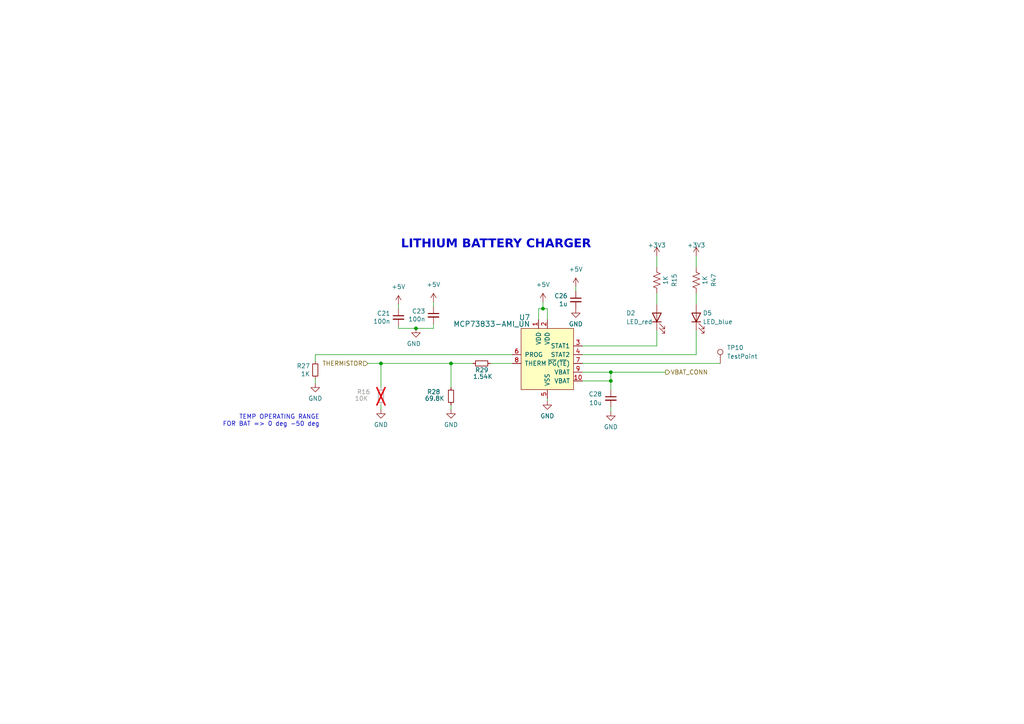
<source format=kicad_sch>
(kicad_sch (version 20230121) (generator eeschema)
  (paper "A4")
  (lib_symbols
    (symbol "Connector:TestPoint" (pin_numbers hide) (pin_names (offset 0.762) hide)
      (property "Reference" "TP" (at 0 6.858 0))
      (property "Value" "TestPoint" (at 0 5.08 0))
      (symbol "TestPoint_0_1"
        (circle (center 0 3.302) (radius 0.762))
      )
      (symbol "TestPoint_1_1"
        (pin passive line (at 0 0 90) (length 2.54) (name "1") (number "1"))
      )
    )
    (symbol "Device:C_Small" (pin_numbers hide) (pin_names (offset 0.254) hide)
      (property "Reference" "C" (at 0.254 1.778 0))
      (property "Value" "C_Small" (at 0.254 -2.032 0))
      (symbol "C_Small_0_1"
        (polyline (pts (xy -1.524 -0.508) (xy 1.524 -0.508)) (stroke (width 0.3302)))
        (polyline (pts (xy -1.524 0.508) (xy 1.524 0.508)) (stroke (width 0.3048)))
      )
      (symbol "C_Small_1_1"
        (pin passive line (at 0 2.54 270) (length 2.032) (name "~") (number "1"))
        (pin passive line (at 0 -2.54 90) (length 2.032) (name "~") (number "2"))
      )
    )
    (symbol "Device:LED" (pin_numbers hide) (pin_names (offset 1.016) hide)
      (property "Reference" "D" (at 0 2.54 0))
      (property "Value" "LED" (at 0 -2.54 0))
      (symbol "LED_0_1"
        (polyline (pts (xy -1.27 -1.27) (xy -1.27 1.27)) (stroke (width 0.254)))
        (polyline (pts (xy -1.27 0) (xy 1.27 0)))
        (polyline (pts (xy 1.27 -1.27) (xy 1.27 1.27) (xy -1.27 0) (xy 1.27 -1.27)) (stroke (width 0.254)))
        (polyline (pts (xy -3.048 -0.762) (xy -4.572 -2.286) (xy -3.81 -2.286) (xy -4.572 -2.286) (xy -4.572 -1.524)))
        (polyline (pts (xy -1.778 -0.762) (xy -3.302 -2.286) (xy -2.54 -2.286) (xy -3.302 -2.286) (xy -3.302 -1.524)))
      )
      (symbol "LED_1_1"
        (pin passive line (at -3.81 0 0) (length 2.54) (name "K") (number "1"))
        (pin passive line (at 3.81 0 180) (length 2.54) (name "A") (number "2"))
      )
    )
    (symbol "Device:R_Small" (pin_numbers hide) (pin_names (offset 0.254) hide)
      (property "Reference" "R" (at 0.762 0.508 0))
      (property "Value" "R_Small" (at 0.762 -1.016 0))
      (symbol "R_Small_0_1"
        (rectangle (start -0.762 1.778) (end 0.762 -1.778) (stroke (width 0.2032)))
      )
      (symbol "R_Small_1_1"
        (pin passive line (at 0 2.54 270) (length 0.762) (name "~") (number "1"))
        (pin passive line (at 0 -2.54 90) (length 0.762) (name "~") (number "2"))
      )
    )
    (symbol "Device:R_US" (pin_numbers hide) (pin_names (offset 0))
      (property "Reference" "R" (at 2.54 0 90))
      (property "Value" "R_US" (at -2.54 0 90))
      (symbol "R_US_0_1"
        (polyline (pts (xy 0 -2.286) (xy 0 -2.54)))
        (polyline (pts (xy 0 2.286) (xy 0 2.54)))
        (polyline (pts (xy 0 -0.762) (xy 1.016 -1.143) (xy 0 -1.524) (xy -1.016 -1.905) (xy 0 -2.286)))
        (polyline (pts (xy 0 0.762) (xy 1.016 0.381) (xy 0 0) (xy -1.016 -0.381) (xy 0 -0.762)))
        (polyline (pts (xy 0 2.286) (xy 1.016 1.905) (xy 0 1.524) (xy -1.016 1.143) (xy 0 0.762)))
      )
      (symbol "R_US_1_1"
        (pin passive line (at 0 3.81 270) (length 1.27) (name "~") (number "1"))
        (pin passive line (at 0 -3.81 90) (length 1.27) (name "~") (number "2"))
      )
    )
    (symbol "dk_PMIC-Battery-Chargers:MCP73833-AMI_UN" (pin_names (offset 1.016))
      (property "Reference" "U" (at -2.54 6.096 0))
      (property "Value" "MCP73833-AMI_UN" (at 2.794 -13.97 0))
      (symbol "MCP73833-AMI_UN_0_1"
        (rectangle (start -5.08 5.08) (end 10.16 -12.7) (fill (type background)))
      )
      (symbol "MCP73833-AMI_UN_1_1"
        (pin power_in line (at 0 7.62 270) (length 2.54) (name "VDD") (number "1"))
        (pin power_out line (at 12.7 -10.16 180) (length 2.54) (name "VBAT") (number "10"))
        (pin power_in line (at 2.54 7.62 270) (length 2.54) (name "VDD") (number "2"))
        (pin output line (at 12.7 0 180) (length 2.54) (name "STAT1") (number "3"))
        (pin output line (at 12.7 -2.54 180) (length 2.54) (name "STAT2") (number "4"))
        (pin power_in line (at 2.54 -15.24 90) (length 2.54) (name "VSS") (number "5"))
        (pin input line (at -7.62 -2.54 0) (length 2.54) (name "PROG") (number "6"))
        (pin output line (at 12.7 -5.08 180) (length 2.54) (name "~{PG}(~{TE})") (number "7"))
        (pin input line (at -7.62 -5.08 0) (length 2.54) (name "THERM") (number "8"))
        (pin power_out line (at 12.7 -7.62 180) (length 2.54) (name "VBAT") (number "9"))
      )
    )
    (symbol "power:+3V3" (power) (pin_names (offset 0))
      (property "Value" "+3V3" (at 0 3.556 0))
      (symbol "+3V3_0_1"
        (polyline (pts (xy -0.762 1.27) (xy 0 2.54)))
        (polyline (pts (xy 0 0) (xy 0 2.54)))
        (polyline (pts (xy 0 2.54) (xy 0.762 1.27)))
      )
      (symbol "+3V3_1_1"
        (pin power_in line (at 0 0 90) (length 0) hide (name "+3V3") (number "1"))
      )
    )
    (symbol "power:+5V" (power) (pin_names (offset 0))
      (property "Value" "+5V" (at 0 3.556 0))
      (symbol "+5V_0_1"
        (polyline (pts (xy -0.762 1.27) (xy 0 2.54)))
        (polyline (pts (xy 0 0) (xy 0 2.54)))
        (polyline (pts (xy 0 2.54) (xy 0.762 1.27)))
      )
      (symbol "+5V_1_1"
        (pin power_in line (at 0 0 90) (length 0) hide (name "+5V") (number "1"))
      )
    )
    (symbol "power:GND" (power) (pin_names (offset 0))
      (property "Value" "GND" (at 0 -3.81 0))
      (symbol "GND_0_1"
        (polyline (pts (xy 0 0) (xy 0 -1.27) (xy 1.27 -1.27) (xy 0 -2.54) (xy -1.27 -1.27) (xy 0 -1.27)))
      )
      (symbol "GND_1_1"
        (pin power_in line (at 0 0 270) (length 0) hide (name "GND") (number "1"))
      )
    )
  )
  (junction (at 110.49 105.41))
  (junction (at 130.81 105.41))
  (junction (at 120.65 95.25))
  (junction (at 157.48 89.535))
  (junction (at 177.165 110.49))
  (junction (at 177.165 107.95))
  (wire (pts (xy 130.81 117.475) (xy 130.81 118.745)))
  (wire (pts (xy 201.93 85.09) (xy 201.93 88.265)))
  (wire (pts (xy 167.005 84.455) (xy 167.005 83.185)))
  (wire (pts (xy 168.91 105.41) (xy 208.915 105.41)))
  (wire (pts (xy 201.93 74.295) (xy 201.93 77.47)))
  (wire (pts (xy 177.165 113.03) (xy 177.165 110.49)))
  (wire (pts (xy 91.44 111.125) (xy 91.44 109.855)))
  (wire (pts (xy 201.93 102.87) (xy 201.93 95.885)))
  (wire (pts (xy 110.49 105.41) (xy 106.68 105.41)))
  (wire (pts (xy 130.81 105.41) (xy 110.49 105.41)))
  (wire (pts (xy 110.49 105.41) (xy 110.49 112.395)))
  (wire (pts (xy 120.65 95.25) (xy 115.57 95.25)))
  (wire (pts (xy 177.165 118.11) (xy 177.165 119.38)))
  (wire (pts (xy 148.59 105.41) (xy 142.24 105.41)))
  (wire (pts (xy 193.04 107.95) (xy 177.165 107.95)))
  (wire (pts (xy 125.73 87.63) (xy 125.73 88.9)))
  (wire (pts (xy 157.48 89.535) (xy 158.75 89.535)))
  (wire (pts (xy 125.73 93.98) (xy 125.73 95.25)))
  (wire (pts (xy 157.48 89.535) (xy 156.21 89.535)))
  (wire (pts (xy 168.91 102.87) (xy 201.93 102.87)))
  (wire (pts (xy 115.57 89.535) (xy 115.57 88.265)))
  (wire (pts (xy 115.57 95.25) (xy 115.57 94.615)))
  (wire (pts (xy 190.5 74.295) (xy 190.5 77.47)))
  (wire (pts (xy 168.91 100.33) (xy 190.5 100.33)))
  (wire (pts (xy 156.21 89.535) (xy 156.21 92.71)))
  (wire (pts (xy 137.16 105.41) (xy 130.81 105.41)))
  (wire (pts (xy 110.49 117.475) (xy 110.49 118.745)))
  (wire (pts (xy 158.75 89.535) (xy 158.75 92.71)))
  (wire (pts (xy 190.5 95.885) (xy 190.5 100.33)))
  (wire (pts (xy 177.165 107.95) (xy 177.165 110.49)))
  (wire (pts (xy 125.73 95.25) (xy 120.65 95.25)))
  (wire (pts (xy 91.44 102.87) (xy 91.44 104.775)))
  (wire (pts (xy 130.81 105.41) (xy 130.81 112.395)))
  (wire (pts (xy 91.44 102.87) (xy 148.59 102.87)))
  (wire (pts (xy 157.48 87.63) (xy 157.48 89.535)))
  (wire (pts (xy 190.5 85.09) (xy 190.5 88.265)))
  (wire (pts (xy 177.165 107.95) (xy 168.91 107.95)))
  (wire (pts (xy 158.75 116.205) (xy 158.75 115.57)))
  (wire (pts (xy 177.165 110.49) (xy 168.91 110.49)))
  (text "TEMP OPERATING RANGE\nFOR BAT => 0 deg -50 deg" (at 92.71 123.825 0) (effects (font (size 1.27 1.27)) (justify right bottom)))
  (text "LITHIUM BATTERY CHARGER" (at 171.45 73.025 0) (effects (font (size 2.5 2.5) (thickness 0.5) bold) (justify right bottom)))
  (hierarchical_label "THERMISTOR" (shape input) (at 106.68 105.41 180))
  (hierarchical_label "VBAT_CONN" (shape output) (at 193.04 107.95 0))
  (symbol (lib_id "power:GND") (at 177.165 119.38 0) (mirror y) (unit 1)
    (property "Reference" "#PWR057" (effects hide))
    (property "Value" "GND" (at 177.165 123.825 0))
  )
  (symbol (lib_id "Device:C_Small") (at 125.73 91.44 0) (mirror y) (unit 1)
    (property "Reference" "C23" (at 123.3932 90.2716 0) (effects (justify left)))
    (property "Value" "100n" (at 123.3932 92.583 0) (effects (justify left)))
    (property "Footprint" "Capacitor_SMD:C_0402_1005Metric" (effects hide))
  )
  (symbol (lib_id "power:GND") (at 167.005 89.535 0) (mirror y) (unit 1)
    (property "Reference" "#PWR056" (effects hide))
    (property "Value" "GND" (at 167.005 93.98 0))
  )
  (symbol (lib_id "Device:C_Small") (at 167.005 86.995 0) (mirror y) (unit 1)
    (property "Reference" "C26" (at 164.6682 85.8266 0) (effects (justify left)))
    (property "Value" "1u" (at 164.6682 88.138 0) (effects (justify left)))
    (property "Footprint" "Capacitor_SMD:C_0603_1608Metric" (effects hide))
  )
  (symbol (lib_id "power:GND") (at 120.65 95.25 0) (mirror y) (unit 1)
    (property "Reference" "#PWR051" (effects hide))
    (property "Value" "GND" (at 120.015 99.695 0))
  )
  (symbol (lib_id "power:+5V") (at 157.48 87.63 0) (mirror y) (unit 1)
    (property "Reference" "#PWR053" (effects hide))
    (property "Value" "+5V" (at 157.48 82.55 0))
  )
  (symbol (lib_id "power:GND") (at 130.81 118.745 0) (mirror y) (unit 1)
    (property "Reference" "#PWR049" (effects hide))
    (property "Value" "GND" (at 130.81 123.19 0))
  )
  (symbol (lib_id "Device:R_US") (at 201.93 81.28 0) (unit 1)
    (property "Reference" "R47" (at 207.01 81.28 90))
    (property "Value" "1K" (at 204.47 81.28 90))
    (property "Footprint" "Resistor_SMD:R_0402_1005Metric" (effects hide))
  )
  (symbol (lib_id "dk_PMIC-Battery-Chargers:MCP73833-AMI_UN") (at 156.21 100.33 0) (unit 1)
    (property "Reference" "U7" (at 150.495 92.075 0) (effects (font (size 1.524 1.524)) (justify left)))
    (property "Value" "MCP73833-AMI_UN" (at 131.445 93.98 0) (effects (font (size 1.524 1.524)) (justify left)))
    (property "Footprint" "digikey-footprints:MSOP-10_W3mm" (effects hide))
    (property "Datasheet" "http://www.microchip.com/mymicrochip/filehandler.aspx?ddocname=en027983" (effects hide))
    (property "Digi-Key_PN" "MCP73833-AMI/UN-ND" (effects hide))
    (property "MPN" "MCP73833-AMI/UN" (effects hide))
    (property "Category" "Integrated Circuits (ICs)" (effects hide))
    (property "Family" "PMIC - Battery Chargers" (effects hide))
    (property "DK_Datasheet_Link" "http://www.microchip.com/mymicrochip/filehandler.aspx?ddocname=en027983" (effects hide))
    (property "DK_Detail_Page" "/product-detail/en/microchip-technology/MCP73833-AMI-UN/MCP73833-AMI-UN-ND/1223157" (effects hide))
    (property "Description" "IC LI-ION/LI-POLY CTRLR 10MSOP" (effects hide))
    (property "Manufacturer" "Microchip Technology" (effects hide))
    (property "Status" "Active" (effects hide))
  )
  (symbol (lib_id "Device:R_US") (at 190.5 81.28 0) (unit 1)
    (property "Reference" "R15" (at 195.58 81.28 90))
    (property "Value" "1K" (at 193.04 81.28 90))
    (property "Footprint" "Resistor_SMD:R_0402_1005Metric" (effects hide))
  )
  (symbol (lib_id "power:GND") (at 110.49 118.745 0) (mirror y) (unit 1)
    (property "Reference" "#PWR036" (effects hide))
    (property "Value" "GND" (at 110.49 123.19 0))
  )
  (symbol (lib_id "power:+5V") (at 125.73 87.63 0) (mirror y) (unit 1)
    (property "Reference" "#PWR052" (effects hide))
    (property "Value" "+5V" (at 125.73 82.55 0))
  )
  (symbol (lib_id "Device:R_Small") (at 130.81 114.935 0) (mirror x) (unit 1)
    (property "Reference" "R28" (at 123.825 113.665 0) (effects (justify left)))
    (property "Value" "69.8K" (at 123.19 115.57 0) (effects (justify left)))
    (property "Footprint" "Resistor_SMD:R_0402_1005Metric" (effects hide))
  )
  (symbol (lib_id "power:+3V3") (at 201.93 74.295 0) (unit 1)
    (property "Reference" "#PWR061" (effects hide))
    (property "Value" "+3V3" (at 201.93 71.12 0))
  )
  (symbol (lib_id "power:+5V") (at 167.005 83.185 0) (mirror y) (unit 1)
    (property "Reference" "#PWR055" (effects hide))
    (property "Value" "+5V" (at 167.005 78.105 0))
  )
  (symbol (lib_id "Connector:TestPoint") (at 208.915 105.41 0) (unit 1)
    (property "Reference" "TP10" (at 210.82 100.8379 0) (effects (justify left)))
    (property "Value" "TestPoint" (at 210.82 103.3779 0) (effects (justify left)))
    (property "Footprint" "brilliant-kicad-library:TestPoint_Pad_D0.9mm" (effects hide))
  )
  (symbol (lib_id "power:+5V") (at 115.57 88.265 0) (mirror y) (unit 1)
    (property "Reference" "#PWR050" (effects hide))
    (property "Value" "+5V" (at 115.57 83.185 0))
  )
  (symbol (lib_id "Device:LED") (at 201.93 92.075 90) (unit 1)
    (property "Reference" "D5" (at 203.835 90.805 90) (effects (justify right)))
    (property "Value" "LED_blue" (at 203.835 93.345 90) (effects (justify right)))
    (property "Footprint" "LED_SMD:LED_0603_1608Metric" (effects hide))
  )
  (symbol (lib_id "power:GND") (at 91.44 111.125 0) (mirror y) (unit 1)
    (property "Reference" "#PWR048" (effects hide))
    (property "Value" "GND" (at 91.44 115.57 0))
  )
  (symbol (lib_id "Device:R_Small") (at 110.49 114.935 0) (mirror x) (unit 1) (dnp yes)
    (property "Reference" "R16" (at 103.505 113.665 0) (effects (justify left)))
    (property "Value" "10K" (at 102.87 115.57 0) (effects (justify left)))
    (property "Footprint" "Resistor_SMD:R_0402_1005Metric" (effects hide))
  )
  (symbol (lib_id "Device:C_Small") (at 115.57 92.075 0) (mirror y) (unit 1)
    (property "Reference" "C21" (at 113.2332 90.9066 0) (effects (justify left)))
    (property "Value" "100n" (at 113.2332 93.218 0) (effects (justify left)))
    (property "Footprint" "Capacitor_SMD:C_0402_1005Metric" (effects hide))
  )
  (symbol (lib_id "Device:R_Small") (at 91.44 107.315 0) (mirror y) (unit 1)
    (property "Reference" "R27" (at 89.9414 106.1466 0) (effects (justify left)))
    (property "Value" "1K" (at 89.9414 108.458 0) (effects (justify left)))
    (property "Footprint" "Resistor_SMD:R_0402_1005Metric" (effects hide))
  )
  (symbol (lib_id "Device:LED") (at 190.5 92.075 90) (unit 1)
    (property "Reference" "D2" (at 181.61 90.805 90) (effects (justify right)))
    (property "Value" "LED_red" (at 181.61 93.345 90) (effects (justify right)))
    (property "Footprint" "LED_SMD:LED_0603_1608Metric" (effects hide))
  )
  (symbol (lib_id "Device:R_Small") (at 139.7 105.41 270) (mirror x) (unit 1)
    (property "Reference" "R29" (at 137.795 107.315 90) (effects (justify left)))
    (property "Value" "1.54K" (at 137.16 109.22 90) (effects (justify left)))
    (property "Footprint" "Resistor_SMD:R_0402_1005Metric" (effects hide))
  )
  (symbol (lib_id "power:+3V3") (at 190.5 74.295 0) (unit 1)
    (property "Reference" "#PWR028" (effects hide))
    (property "Value" "+3V3" (at 190.5 71.12 0))
  )
  (symbol (lib_id "power:GND") (at 158.75 116.205 0) (mirror y) (unit 1)
    (property "Reference" "#PWR054" (effects hide))
    (property "Value" "GND" (at 158.75 120.65 0))
  )
  (symbol (lib_id "Device:C_Small") (at 177.165 115.57 0) (mirror y) (unit 1)
    (property "Reference" "C28" (at 174.625 114.3062 0) (effects (justify left)))
    (property "Value" "10u" (at 174.625 116.8462 0) (effects (justify left)))
    (property "Footprint" "Capacitor_SMD:C_0603_1608Metric" (effects hide))
  )
)
</source>
